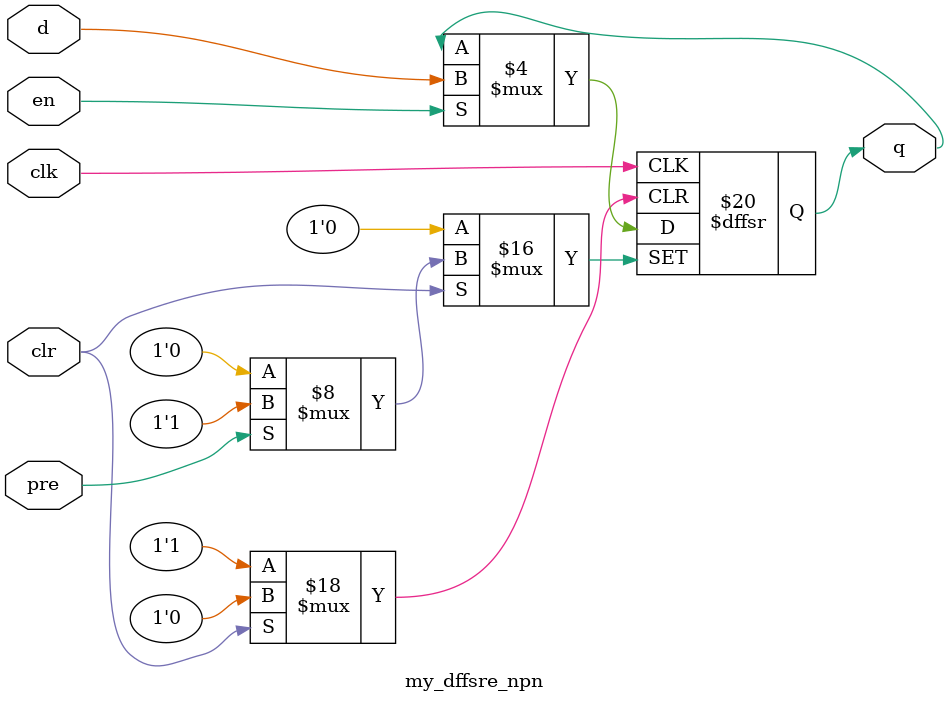
<source format=v>
module my_dffsre_npn (
    input d,
    clk,
    pre,
    clr,
    en,
    output reg q
);
  initial q <= 1'b0;
  always @(negedge clk or posedge pre or negedge clr)
    if (pre) q <= 1'b1;
    else if (!clr) q <= 1'b0;
    else if (en) q <= d;
endmodule
</source>
